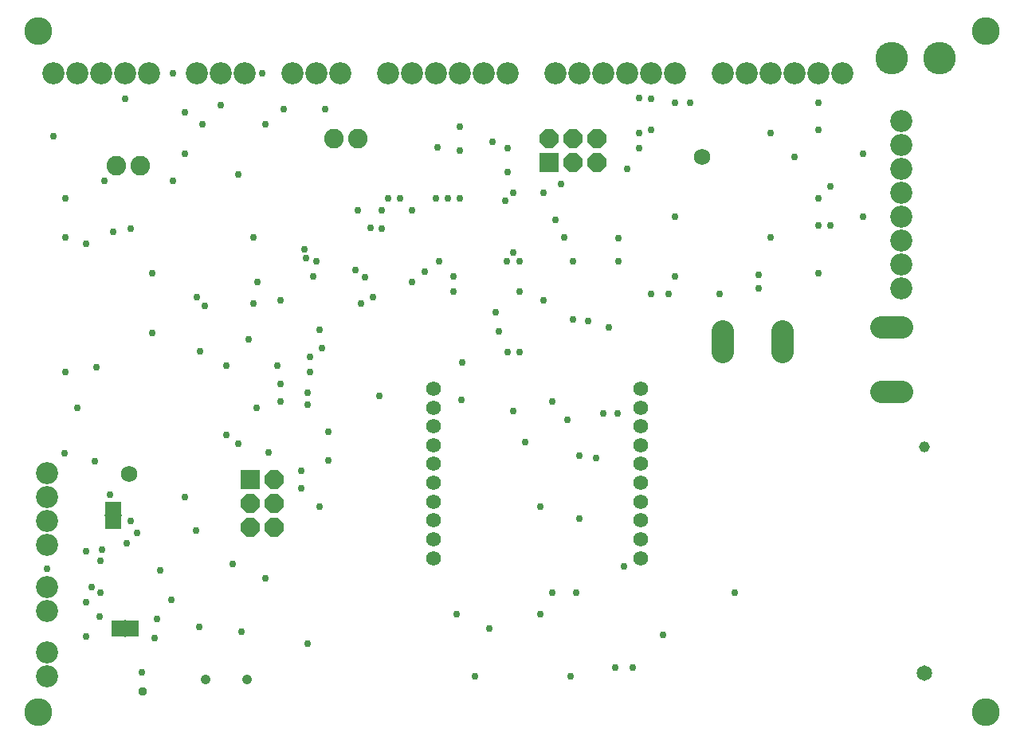
<source format=gbs>
G75*
G70*
%OFA0B0*%
%FSLAX24Y24*%
%IPPOS*%
%LPD*%
%AMOC8*
5,1,8,0,0,1.08239X$1,22.5*
%
%ADD10C,0.1162*%
%ADD11R,0.0800X0.0800*%
%ADD12OC8,0.0800*%
%ADD13C,0.0414*%
%ADD14R,0.0520X0.0690*%
%ADD15R,0.0060X0.0720*%
%ADD16R,0.0690X0.0520*%
%ADD17R,0.0720X0.0060*%
%ADD18C,0.0920*%
%ADD19C,0.0651*%
%ADD20C,0.0454*%
%ADD21C,0.0620*%
%ADD22C,0.0920*%
%ADD23C,0.1360*%
%ADD24C,0.0690*%
%ADD25C,0.0820*%
%ADD26C,0.0297*%
%ADD27C,0.0376*%
D10*
X001556Y001556D03*
X001556Y030056D03*
X041181Y030056D03*
X041181Y001556D03*
D11*
X022931Y024556D03*
X010431Y011306D03*
D12*
X010431Y010306D03*
X010431Y009306D03*
X011431Y009306D03*
X011431Y010306D03*
X011431Y011306D03*
X023931Y024556D03*
X024931Y024556D03*
X024931Y025556D03*
X023931Y025556D03*
X022931Y025556D03*
D13*
X010298Y002931D03*
X008565Y002931D03*
D14*
X005481Y005056D03*
X004881Y005056D03*
D15*
X005181Y005056D03*
D16*
X004681Y009506D03*
X004681Y010106D03*
D17*
X004681Y009806D03*
D18*
X001931Y009556D03*
X001931Y010556D03*
X001931Y011556D03*
X001931Y008556D03*
X001931Y006806D03*
X001931Y005806D03*
X001931Y004056D03*
X001931Y003056D03*
X002181Y028306D03*
X003181Y028306D03*
X004181Y028306D03*
X005181Y028306D03*
X006181Y028306D03*
X008181Y028306D03*
X009181Y028306D03*
X010181Y028306D03*
X012181Y028306D03*
X013181Y028306D03*
X014181Y028306D03*
X016181Y028306D03*
X017181Y028306D03*
X018181Y028306D03*
X019181Y028306D03*
X020181Y028306D03*
X021181Y028306D03*
X023181Y028306D03*
X024181Y028306D03*
X025181Y028306D03*
X026181Y028306D03*
X027181Y028306D03*
X028181Y028306D03*
X030181Y028306D03*
X031181Y028306D03*
X032181Y028306D03*
X033181Y028306D03*
X034181Y028306D03*
X035181Y028306D03*
X037650Y026306D03*
X037650Y025306D03*
X037650Y024306D03*
X037650Y023306D03*
X037650Y022306D03*
X037650Y021306D03*
X037650Y020306D03*
X037650Y019306D03*
D19*
X038609Y003207D03*
D20*
X038609Y012656D03*
D21*
X026762Y012737D03*
X026762Y013525D03*
X026762Y014312D03*
X026762Y015100D03*
X026762Y011950D03*
X026762Y011163D03*
X026762Y010375D03*
X026762Y009588D03*
X026762Y008800D03*
X026762Y008013D03*
X018101Y008013D03*
X018101Y008800D03*
X018101Y009588D03*
X018101Y010375D03*
X018101Y011163D03*
X018101Y011950D03*
X018101Y012737D03*
X018101Y013525D03*
X018101Y014312D03*
X018101Y015100D03*
D22*
X030181Y016626D02*
X030181Y017486D01*
X032681Y017486D02*
X032681Y016626D01*
X036821Y017676D02*
X037681Y017676D01*
X037681Y014976D02*
X036821Y014976D01*
D23*
X037244Y028931D03*
X039244Y028931D03*
D24*
X029306Y024806D03*
X005369Y011525D03*
D25*
X005806Y024431D03*
X004806Y024431D03*
X013931Y025556D03*
X014931Y025556D03*
D26*
X013556Y026806D03*
X011806Y026806D03*
X011056Y026181D03*
X009181Y026963D03*
X008431Y026181D03*
X007681Y026681D03*
X007181Y028306D03*
X005181Y027244D03*
X002181Y025681D03*
X004306Y023806D03*
X002681Y023056D03*
X002681Y021431D03*
X003556Y021181D03*
X004681Y021681D03*
X005431Y021806D03*
X006306Y019931D03*
X008181Y018930D03*
X008525Y018556D03*
X010556Y018681D03*
X010713Y019556D03*
X011681Y018806D03*
X013056Y019806D03*
X013181Y020431D03*
X012744Y020556D03*
X012681Y020931D03*
X010556Y021431D03*
X009931Y024056D03*
X007681Y024931D03*
X007181Y023806D03*
X010931Y028306D03*
X016181Y023056D03*
X016681Y023056D03*
X017181Y022556D03*
X018181Y023056D03*
X018681Y023056D03*
X019181Y023056D03*
X021088Y022963D03*
X021431Y023306D03*
X021181Y024181D03*
X021181Y025150D03*
X020556Y025431D03*
X019181Y025056D03*
X018244Y025213D03*
X019181Y026056D03*
X022681Y023306D03*
X023431Y023681D03*
X023181Y022181D03*
X023556Y021431D03*
X023931Y020431D03*
X025806Y020431D03*
X025806Y021400D03*
X028181Y022306D03*
X026181Y024306D03*
X026681Y025181D03*
X026681Y025806D03*
X027181Y025931D03*
X027181Y027244D03*
X026681Y027275D03*
X028181Y027056D03*
X028806Y027056D03*
X032181Y025806D03*
X033181Y024806D03*
X034181Y025931D03*
X034181Y027056D03*
X036056Y024931D03*
X034681Y023556D03*
X034181Y023056D03*
X034181Y021931D03*
X034681Y021931D03*
X036056Y022306D03*
X034181Y019931D03*
X032181Y021431D03*
X031681Y019869D03*
X031681Y019306D03*
X030056Y019056D03*
X028181Y019806D03*
X027931Y019056D03*
X027181Y019056D03*
X025431Y017681D03*
X024556Y017931D03*
X023931Y017994D03*
X022681Y018806D03*
X021681Y019181D03*
X020681Y018306D03*
X020806Y017494D03*
X021181Y016619D03*
X021681Y016619D03*
X019294Y016194D03*
X019244Y014619D03*
X021431Y014150D03*
X021931Y012869D03*
X023681Y013806D03*
X023056Y014556D03*
X025181Y014056D03*
X025775Y014056D03*
X024900Y012213D03*
X024181Y012306D03*
X022556Y010181D03*
X024181Y009681D03*
X026056Y007681D03*
X024056Y006556D03*
X023056Y006556D03*
X022556Y005681D03*
X020431Y005056D03*
X019056Y005681D03*
X019806Y003056D03*
X023806Y003056D03*
X025681Y003431D03*
X026431Y003431D03*
X027681Y004806D03*
X030681Y006556D03*
X015806Y014806D03*
X013681Y013306D03*
X013681Y012088D03*
X012556Y011681D03*
X012556Y010931D03*
X013306Y010181D03*
X011181Y012431D03*
X009931Y012806D03*
X009431Y013181D03*
X010681Y014306D03*
X011681Y014556D03*
X011681Y015306D03*
X011556Y016056D03*
X012931Y015806D03*
X012931Y016431D03*
X013431Y016806D03*
X013306Y017556D03*
X015056Y018681D03*
X015556Y018931D03*
X015213Y019775D03*
X014806Y020056D03*
X015463Y021838D03*
X015931Y021806D03*
X015931Y022556D03*
X014931Y022556D03*
X018306Y020431D03*
X017713Y019994D03*
X017181Y019556D03*
X018931Y019806D03*
X018931Y019181D03*
X021150Y020431D03*
X021431Y020806D03*
X021681Y020431D03*
X012806Y014931D03*
X012806Y014431D03*
X009431Y016056D03*
X008306Y016681D03*
X010369Y017181D03*
X006306Y017431D03*
X003994Y015994D03*
X002681Y015806D03*
X003181Y014306D03*
X002650Y012400D03*
X003931Y012056D03*
X004556Y010681D03*
X005431Y009556D03*
X005681Y009056D03*
X005244Y008619D03*
X004213Y008369D03*
X003556Y008306D03*
X004150Y007900D03*
X003775Y006806D03*
X004150Y006556D03*
X003556Y006181D03*
X004119Y005556D03*
X003556Y004744D03*
X005900Y003244D03*
X006431Y004681D03*
X006525Y005463D03*
X007119Y006275D03*
X008275Y005119D03*
X010056Y004931D03*
X011056Y007181D03*
X009681Y007775D03*
X008150Y009150D03*
X007681Y010556D03*
X006650Y007494D03*
X001931Y007556D03*
X012806Y004431D03*
D27*
X005931Y002431D03*
M02*

</source>
